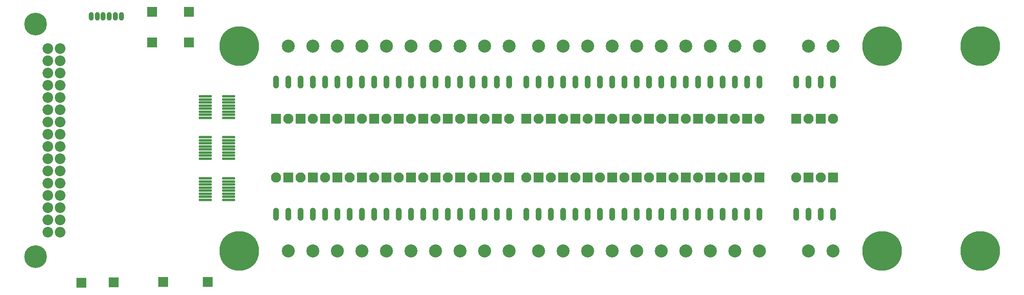
<source format=gbr>
%TF.GenerationSoftware,Altium Limited,Altium Designer,20.0.1 (14)*%
G04 Layer_Color=16711935*
%FSLAX25Y25*%
%MOIN*%
%TF.FileFunction,Soldermask,Bot*%
%TF.Part,Single*%
G01*
G75*
%TA.AperFunction,SMDPad,CuDef*%
%ADD37O,0.10839X0.02178*%
%TA.AperFunction,ComponentPad*%
%ADD38R,0.08280X0.08280*%
%ADD39C,0.08280*%
%ADD40O,0.04973X0.10642*%
%ADD41R,0.08280X0.08280*%
%ADD42C,0.10642*%
%ADD43C,0.18517*%
%ADD44C,0.08674*%
%ADD45O,0.03950X0.07099*%
%TA.AperFunction,ViaPad*%
%ADD46C,0.32296*%
D37*
X118039Y-123482D02*
D03*
Y-120982D02*
D03*
Y-118482D02*
D03*
Y-115982D02*
D03*
Y-113482D02*
D03*
Y-110982D02*
D03*
Y-108482D02*
D03*
Y-105982D02*
D03*
X137134Y-123482D02*
D03*
Y-120982D02*
D03*
Y-118482D02*
D03*
Y-115982D02*
D03*
Y-113482D02*
D03*
Y-110982D02*
D03*
Y-108482D02*
D03*
Y-105982D02*
D03*
X118039Y-89928D02*
D03*
Y-87428D02*
D03*
Y-84928D02*
D03*
Y-82428D02*
D03*
Y-79928D02*
D03*
Y-77428D02*
D03*
Y-74928D02*
D03*
Y-72428D02*
D03*
X137134Y-89928D02*
D03*
Y-87428D02*
D03*
Y-84928D02*
D03*
Y-82428D02*
D03*
Y-79928D02*
D03*
Y-77428D02*
D03*
Y-74928D02*
D03*
Y-72428D02*
D03*
X118040Y-56529D02*
D03*
Y-54030D02*
D03*
Y-51530D02*
D03*
Y-49029D02*
D03*
Y-46529D02*
D03*
Y-44030D02*
D03*
Y-41530D02*
D03*
Y-39029D02*
D03*
X137135Y-56529D02*
D03*
Y-54030D02*
D03*
Y-51530D02*
D03*
Y-49029D02*
D03*
Y-46529D02*
D03*
Y-44030D02*
D03*
Y-41530D02*
D03*
Y-39029D02*
D03*
D38*
X379724Y-57378D02*
D03*
X399724D02*
D03*
X419724D02*
D03*
X439724D02*
D03*
X459724D02*
D03*
X479724D02*
D03*
X499724D02*
D03*
X519724D02*
D03*
X539724D02*
D03*
X559724D02*
D03*
X175787D02*
D03*
X195787D02*
D03*
X215787D02*
D03*
X235787D02*
D03*
X255787D02*
D03*
X275787D02*
D03*
X295787D02*
D03*
X315787D02*
D03*
X335787D02*
D03*
X355787D02*
D03*
X389724Y-105378D02*
D03*
X409724D02*
D03*
X429724D02*
D03*
X449724D02*
D03*
X469724D02*
D03*
X489724D02*
D03*
X509724D02*
D03*
X529724D02*
D03*
X549724D02*
D03*
X569724D02*
D03*
X185787D02*
D03*
X205787D02*
D03*
X225787D02*
D03*
X245787D02*
D03*
X265787D02*
D03*
X285787D02*
D03*
X305787D02*
D03*
X325787D02*
D03*
X345787D02*
D03*
X365787D02*
D03*
X599724Y-57378D02*
D03*
X619724D02*
D03*
X609724Y-105378D02*
D03*
X629724D02*
D03*
X75000Y5000D02*
D03*
X105000Y30000D02*
D03*
X75000D02*
D03*
X120287Y-190678D02*
D03*
X43387Y-190778D02*
D03*
D39*
X389724Y-57378D02*
D03*
X409724D02*
D03*
X429724D02*
D03*
X449724D02*
D03*
X469724D02*
D03*
X489724D02*
D03*
X509724D02*
D03*
X529724D02*
D03*
X549724D02*
D03*
X569724D02*
D03*
X185787D02*
D03*
X205787D02*
D03*
X225787D02*
D03*
X245787D02*
D03*
X265787D02*
D03*
X285787D02*
D03*
X305787D02*
D03*
X325787D02*
D03*
X345787D02*
D03*
X365787D02*
D03*
X379724Y-105378D02*
D03*
X399724D02*
D03*
X419724D02*
D03*
X439724D02*
D03*
X459724D02*
D03*
X479724D02*
D03*
X499724D02*
D03*
X519724D02*
D03*
X539724D02*
D03*
X559724D02*
D03*
X175787D02*
D03*
X195787D02*
D03*
X215787D02*
D03*
X235787D02*
D03*
X255787D02*
D03*
X275787D02*
D03*
X295787D02*
D03*
X315787D02*
D03*
X335787D02*
D03*
X355787D02*
D03*
X609724Y-57378D02*
D03*
X629724D02*
D03*
X599724Y-105378D02*
D03*
X619724D02*
D03*
D40*
X379724Y-27378D02*
D03*
X389724D02*
D03*
X409724D02*
D03*
X399724D02*
D03*
X419724D02*
D03*
X429724D02*
D03*
X449724D02*
D03*
X439724D02*
D03*
X459724D02*
D03*
X469724D02*
D03*
X489724D02*
D03*
X479724D02*
D03*
X499724D02*
D03*
X509724D02*
D03*
X529724D02*
D03*
X519724D02*
D03*
X539724D02*
D03*
X549724D02*
D03*
X569724D02*
D03*
X559724D02*
D03*
X175787D02*
D03*
X185787D02*
D03*
X205787D02*
D03*
X195787D02*
D03*
X215787D02*
D03*
X225787D02*
D03*
X245787D02*
D03*
X235787D02*
D03*
X255787D02*
D03*
X265787D02*
D03*
X285787D02*
D03*
X275787D02*
D03*
X295787D02*
D03*
X305787D02*
D03*
X325787D02*
D03*
X315787D02*
D03*
X335787D02*
D03*
X345787D02*
D03*
X365787D02*
D03*
X355787D02*
D03*
X389724Y-135378D02*
D03*
X379724D02*
D03*
X399724D02*
D03*
X409724D02*
D03*
X429724D02*
D03*
X419724D02*
D03*
X439724D02*
D03*
X449724D02*
D03*
X469724D02*
D03*
X459724D02*
D03*
X479724D02*
D03*
X489724D02*
D03*
X509724D02*
D03*
X499724D02*
D03*
X519724D02*
D03*
X529724D02*
D03*
X549724D02*
D03*
X539724D02*
D03*
X559724D02*
D03*
X569724D02*
D03*
X185787D02*
D03*
X175787D02*
D03*
X195787D02*
D03*
X205787D02*
D03*
X225787D02*
D03*
X215787D02*
D03*
X235787D02*
D03*
X245787D02*
D03*
X265787D02*
D03*
X255787D02*
D03*
X275787D02*
D03*
X285787D02*
D03*
X305787D02*
D03*
X295787D02*
D03*
X315787D02*
D03*
X325787D02*
D03*
X345787D02*
D03*
X335787D02*
D03*
X355787D02*
D03*
X365787D02*
D03*
X599724Y-27378D02*
D03*
X609724D02*
D03*
X629724D02*
D03*
X619724D02*
D03*
X609724Y-135378D02*
D03*
X599724D02*
D03*
X619724D02*
D03*
X629724D02*
D03*
D41*
X105000Y5000D02*
D03*
X83987Y-190678D02*
D03*
X17087Y-191378D02*
D03*
D42*
X629724Y1945D02*
D03*
X609724D02*
D03*
X629724Y-165378D02*
D03*
X609724D02*
D03*
X569724Y1945D02*
D03*
X549724D02*
D03*
X529724D02*
D03*
X509724D02*
D03*
X489724D02*
D03*
X469724D02*
D03*
X449724D02*
D03*
X429724D02*
D03*
X409724D02*
D03*
X389724D02*
D03*
X185787D02*
D03*
X205787D02*
D03*
X225787D02*
D03*
X245787D02*
D03*
X265787D02*
D03*
X285787D02*
D03*
X305787D02*
D03*
X325787D02*
D03*
X345787D02*
D03*
X365787D02*
D03*
X389724Y-165378D02*
D03*
X409724D02*
D03*
X429724D02*
D03*
X449724D02*
D03*
X469724D02*
D03*
X489724D02*
D03*
X509724D02*
D03*
X529724D02*
D03*
X549724D02*
D03*
X569724D02*
D03*
X365787D02*
D03*
X345787D02*
D03*
X325787D02*
D03*
X305787D02*
D03*
X285787D02*
D03*
X265787D02*
D03*
X245787D02*
D03*
X225787D02*
D03*
X205787D02*
D03*
X185787D02*
D03*
D43*
X-20000Y20000D02*
D03*
Y-170000D02*
D03*
D44*
X-10000Y0D02*
D03*
Y-10000D02*
D03*
Y-20000D02*
D03*
Y-30000D02*
D03*
Y-40000D02*
D03*
Y-50000D02*
D03*
Y-60000D02*
D03*
Y-70000D02*
D03*
Y-80000D02*
D03*
Y-90000D02*
D03*
Y-100000D02*
D03*
Y-110000D02*
D03*
Y-120000D02*
D03*
Y-130000D02*
D03*
Y-140000D02*
D03*
Y-150000D02*
D03*
X0Y0D02*
D03*
Y-10000D02*
D03*
Y-20000D02*
D03*
Y-30000D02*
D03*
Y-40000D02*
D03*
Y-50000D02*
D03*
Y-60000D02*
D03*
Y-70000D02*
D03*
Y-80000D02*
D03*
Y-90000D02*
D03*
Y-100000D02*
D03*
Y-110000D02*
D03*
Y-120000D02*
D03*
Y-130000D02*
D03*
Y-140000D02*
D03*
Y-150000D02*
D03*
D45*
X25166Y26522D02*
D03*
X30087D02*
D03*
X35009D02*
D03*
X39930D02*
D03*
X44851D02*
D03*
X49772D02*
D03*
D46*
X749724Y1945D02*
D03*
Y-165378D02*
D03*
X145787Y1945D02*
D03*
X145787Y-165378D02*
D03*
X669724D02*
D03*
Y1945D02*
D03*
%TF.MD5,e43ef7b0b3adf6cf6a48605cfc874b7c*%
M02*

</source>
